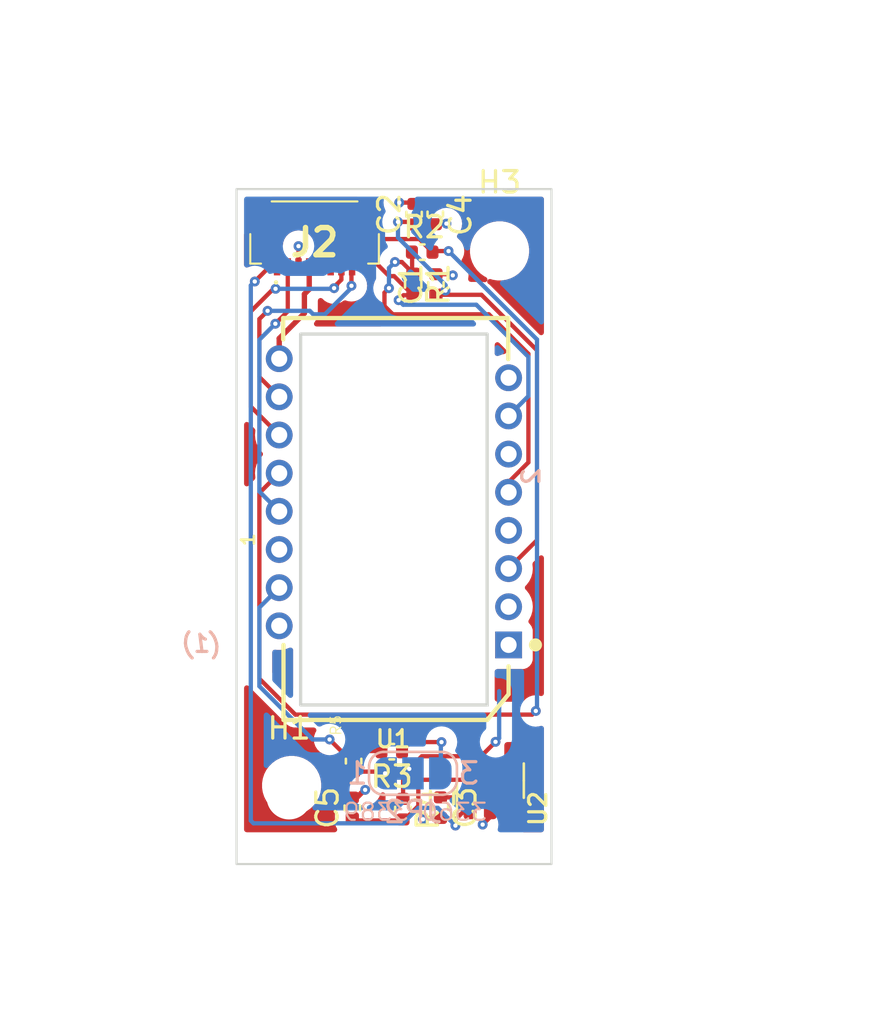
<source format=kicad_pcb>
(kicad_pcb (version 20240108) (generator "pcbnew") (generator_version "8.0")
  (title_block (title "Open PMW3360/89") (date "2024-05-01") (rev "0.2") (company "Svalboard") (comment 1 "Free to all, do as you will"))
  (layers (0 "F.Cu" signal) (1 "In1.Cu" power) (2 "In2.Cu" power) (31 "B.Cu" signal) (34 "B.Paste" user) (35 "F.Paste" user) (36 "B.SilkS" user "B.Silkscreen") (37 "F.SilkS" user "F.Silkscreen") (38 "B.Mask" user) (39 "F.Mask" user) (44 "Edge.Cuts" user))
  (net 0 "")
  (net 1 "Net-(U1-VDDPIX)")
  (net 2 "GND")
  (net 3 "/MISO")
  (net 4 "/CS")
  (net 5 "/MOSI")
  (net 6 "/SCLK")
  (net 7 "/MOTION")
  (net 8 "/RESET")
  (net 9 "VDD")
  (net 10 "V_{IN}")
  (net 11 "V_{IO}")
  (net 12 "Net-(U1-LED_P)")
  (net 13 "Net-(U2-NC)")
  (net 19 "Net-(JP2-A)")
  (net 20 "Net-(JP2-B)")
  (footprint "Capacitor_SMD:C_0402_1005Metric" (layer "F.Cu") (at 146.759 103.1538 -90)
    (property "Reference" "R5" (at -1.67 0.82 90) (layer "F.SilkS") (effects (font (size 0.5 0.5) (thickness 0.05))))
    (property "Value" "13R")
    (fp_line (start -0.107836 0.36) (end 0.107836 0.36) (stroke (width 0.12)) (layer "F.SilkS"))
    (fp_line (start -0.107836 -0.36) (end 0.107836 -0.36) (stroke (width 0.12)) (layer "F.SilkS"))
    (pad "1" smd roundrect (at -0.48 0 270) (size 0.56 0.62) (layers "F.Cu" "F.Paste" "F.Mask") (net 12 "Net-(U1-LED_P)"))
    (pad "2" smd roundrect (at 0.48 0 270) (size 0.56 0.62) (layers "F.Cu" "F.Paste" "F.Mask") (net 19 "Net-(JP2-A)"))
  )
  (footprint "Capacitor_SMD:C_0402_1005Metric" (layer "F.Cu") (at 149.959 79.4138)
    (property "Reference" "R2" (at 0.1 -1.17 0) (layer "F.SilkS"))
    (property "Value" "10k")
    (fp_line (start -0.107836 -0.36) (end 0.107836 -0.36) (stroke (width 0.12)) (layer "F.SilkS"))
    (fp_line (start -0.107836 0.36) (end 0.107836 0.36) (stroke (width 0.12)) (layer "F.SilkS"))
    (pad "1" smd roundrect (at -0.48 0) (size 0.56 0.62) (layers "F.Cu" "F.Paste" "F.Mask") (net 11 "V_{IO}"))
    (pad "2" smd roundrect (at 0.48 0) (size 0.56 0.62) (layers "F.Cu" "F.Paste" "F.Mask") (net 3 "/MISO"))
  )
  (footprint "Capacitor_SMD:C_0402_1005Metric" (layer "F.Cu") (at 146.699 105.3338 90)
    (property "Reference" "C5" (at 0 -1.16 -90) (layer "F.SilkS"))
    (property "Value" "22nF")
    (fp_line (start -0.107836 -0.36) (end 0.107836 -0.36) (stroke (width 0.12)) (layer "F.SilkS"))
    (fp_line (start -0.107836 0.36) (end 0.107836 0.36) (stroke (width 0.12)) (layer "F.SilkS"))
    (pad "1" smd roundrect (at -0.48 0 90) (size 0.56 0.62) (layers "F.Cu" "F.Paste" "F.Mask") (net 13 "Net-(U2-NC)"))
    (pad "2" smd roundrect (at 0.48 0 90) (size 0.56 0.62) (layers "F.Cu" "F.Paste" "F.Mask") (net 2 "GND"))
  )
  (footprint "PMW3360_PCB:PMW3360DM-T2QU 16Pin" (layer "F.Cu") (at 148.639 91.5658 90)
    (property "Reference" "U1" (at -10.558 -0.038 0) (layer "F.SilkS") (effects (font (size 0.8 0.8))))
    (property "Value" "PMW3360")
    (fp_line (start 9.0772 -5.166) (end 8.0772 -5.166) (stroke (width 0.2)) (layer "F.SilkS"))
    (fp_line (start 9.0772 -5.166) (end 9.0772 5.334) (stroke (width 0.2)) (layer "F.SilkS"))
    (fp_line (start -9.668 -5.15) (end -6.168 -5.15) (stroke (width 0.2)) (layer "F.SilkS"))
    (fp_line (start -9.668 4.35) (end -9.668 -5.15) (stroke (width 0.2)) (layer "F.SilkS"))
    (fp_line (start 9.0772 5.334) (end 7.1628 5.334) (stroke (width 0.2)) (layer "F.SilkS"))
    (fp_line (start -7.168 5.35) (end -8.468 5.35) (stroke (width 0.2)) (layer "F.SilkS"))
    (fp_line (start -8.468 5.35) (end -9.668 4.35) (stroke (width 0.2)) (layer "F.SilkS"))
    (fp_circle (center -6.168 6.604) (end -6.168 6.604) (stroke (width 0.61)) (fill solid) (layer "F.SilkS"))
    (fp_rect (start -8.968 4.35) (end 8.332 -4.35) (stroke (width 0.15)) (fill none) (layer "Edge.Cuts"))
    (pad "1" thru_hole rect (at -6.168 5.35 90) (size 1.25 1.25) (drill 0.75) (layers "*.Cu" "*.Mask"))
    (pad "2" thru_hole oval (at -4.388 5.35 90) (size 1.25 1.25) (drill 0.75) (layers "*.Cu" "*.Mask"))
    (pad "3" thru_hole oval (at -2.608 5.35 90) (size 1.25 1.25) (drill 0.75) (layers "*.Cu" "*.Mask") (net 1 "Net-(U1-VDDPIX)"))
    (pad "4" thru_hole oval (at -0.828 5.35 90) (size 1.25 1.25) (drill 0.75) (layers "*.Cu" "*.Mask") (net 9 "VDD"))
    (pad "5" thru_hole oval (at 0.952 5.35 90) (size 1.25 1.25) (drill 0.75) (layers "*.Cu" "*.Mask") (net 11 "V_{IO}"))
    (pad "6" thru_hole oval (at 2.732 5.35 90) (size 1.25 1.25) (drill 0.75) (layers "*.Cu" "*.Mask"))
    (pad "7" thru_hole oval (at 4.512 5.35 90) (size 1.25 1.25) (drill 0.75) (layers "*.Cu" "*.Mask") (net 8 "/RESET"))
    (pad "8" thru_hole oval (at 6.292 5.35 90) (size 1.25 1.25) (drill 0.75) (layers "*.Cu" "*.Mask") (net 2 "GND"))
    (pad "9" thru_hole oval (at 7.182 -5.35 90) (size 1.25 1.25) (drill 0.75) (layers "*.Cu" "*.Mask") (net 7 "/MOTION"))
    (pad "10" thru_hole oval (at 5.402 -5.35 90) (size 1.25 1.25) (drill 0.75) (layers "*.Cu" "*.Mask") (net 6 "/SCLK"))
    (pad "11" thru_hole oval (at 3.622 -5.35 90) (size 1.25 1.25) (drill 0.75) (layers "*.Cu" "*.Mask") (net 5 "/MOSI"))
    (pad "12" thru_hole oval (at 1.842 -5.35 90) (size 1.25 1.25) (drill 0.75) (layers "*.Cu" "*.Mask") (net 3 "/MISO"))
    (pad "13" thru_hole oval (at 0.062 -5.35 90) (size 1.25 1.25) (drill 0.75) (layers "*.Cu" "*.Mask") (net 4 "/CS"))
    (pad "14" thru_hole oval (at -1.718 -5.35 90) (size 1.25 1.25) (drill 0.75) (layers "*.Cu" "*.Mask"))
    (pad "15" thru_hole oval (at -3.498 -5.35 90) (size 1.25 1.25) (drill 0.75) (layers "*.Cu" "*.Mask") (net 12 "Net-(U1-LED_P)"))
    (pad "16" thru_hole oval (at -5.278 -5.35 90) (size 1.25 1.25) (drill 0.75) (layers "*.Cu" "*.Mask"))
    (zone (net 0) (net_name "") (layers "*.Cu" "F.CrtYd") (connect_pads (clearance 0)) (min_thickness 0.254)
      (keepout (tracks not_allowed) (vias not_allowed) (pads not_allowed) (copperpour not_allowed) (footprints not_allowed))
      (fill (thermal_gap 0.508) (thermal_bridge_width 0.508))
      (polygon (pts (xy 153.0078 83.2346) (xy 152.957 100.5574) (xy 144.2702 100.5574) (xy 144.2702 83.2346)))
    )
  )
  (footprint "svalboard:FH34SRJ8S05SH50" (layer "F.Cu") (at 144.939 78.5738 180)
    (property "Reference" "J2" (at 0 -0.387 180) (layer "F.SilkS") (effects (font (size 1.27 1.27) (thickness 0.254))))
    (property "Value" "Conn_01x08" (hide yes))
    (fp_line (start 3 -1.375) (end 3 0) (stroke (width 0.1)) (layer "F.SilkS"))
    (fp_line (start 2.5 -1.375) (end 3 -1.375) (stroke (width 0.1)) (layer "F.SilkS"))
    (fp_line (start 1.8 -2.2) (end 1.8 -2.2) (stroke (width 0.1)) (layer "F.SilkS"))
    (fp_line (start 1.8 -2.3) (end 1.8 -2.3) (stroke (width 0.1)) (layer "F.SilkS"))
    (fp_line (start -2 1.525) (end 2 1.525) (stroke (width 0.1)) (layer "F.SilkS"))
    (fp_line (start -3 0) (end -3 -1.375) (stroke (width 0.1)) (layer "F.SilkS"))
    (fp_line (start -3 -1.375) (end -2.5 -1.375) (stroke (width 0.1)) (layer "F.SilkS"))
    (fp_arc (start 1.8 -2.2) (mid 1.75 -2.25) (end 1.8 -2.3) (stroke (width 0.1)) (layer "F.SilkS"))
    (fp_arc (start 1.8 -2.3) (mid 1.85 -2.25) (end 1.8 -2.2) (stroke (width 0.1)) (layer "F.SilkS"))
    (pad "1" smd rect (at 1.75 -1.525 180) (size 0.3 0.8) (layers "F.Cu" "F.Paste" "F.Mask") (net 10 "V_{IN}"))
    (pad "2" smd rect (at 1.25 -1.525 180) (size 0.3 0.8) (layers "F.Cu" "F.Paste" "F.Mask") (net 4 "/CS"))
    (pad "3" smd rect (at 0.75 -1.525 180) (size 0.3 0.8) (layers "F.Cu" "F.Paste" "F.Mask") (net 2 "GND"))
    (pad "4" smd rect (at 0.25 -1.525 180) (size 0.3 0.8) (layers "F.Cu" "F.Paste" "F.Mask") (net 7 "/MOTION"))
    (pad "5" smd rect (at -0.25 -1.525 180) (size 0.3 0.8) (layers "F.Cu" "F.Paste" "F.Mask") (net 3 "/MISO"))
    (pad "6" smd rect (at -0.75 -1.525 180) (size 0.3 0.8) (layers "F.Cu" "F.Paste" "F.Mask") (net 8 "/RESET"))
    (pad "7" smd rect (at -1.25 -1.525 180) (size 0.3 0.8) (layers "F.Cu" "F.Paste" "F.Mask") (net 5 "/MOSI"))
    (pad "8" smd rect (at -1.75 -1.525 180) (size 0.3 0.8) (layers "F.Cu" "F.Paste" "F.Mask") (net 6 "/SCLK"))
    (pad "MP1" smd rect (at -2.75 0.975 180) (size 0.4 0.8) (layers "F.Cu" "F.Paste" "F.Mask"))
    (pad "MP2" smd rect (at 2.75 0.975 180) (size 0.4 0.8) (layers "F.Cu" "F.Paste" "F.Mask"))
  )
  (footprint "MountingHole:MountingHole_2.1mm" (layer "F.Cu") (at 143.749 104.8238)
    (property "Reference" "H1" (at 0 -3.2 0) (layer "F.SilkS"))
    (property "Value" "MountingHole_Pad" (hide yes))
    (pad "" np_thru_hole circle (at 0 0) (size 2.1 2.1) (drill 2.1) (layers "*.Cu" "*.Mask"))
  )
  (footprint "Resistor_SMD:R_0402_1005Metric" (layer "F.Cu") (at 149.539 80.9138 -90)
    (property "Reference" "R1" (at 0 -1.17 90) (layer "F.SilkS"))
    (property "Value" "10k")
    (fp_line (start -0.153641 0.38) (end 0.153641 0.38) (stroke (width 0.12)) (layer "F.SilkS"))
    (fp_line (start -0.153641 -0.38) (end 0.153641 -0.38) (stroke (width 0.12)) (layer "F.SilkS"))
    (pad "1" smd roundrect (at -0.51 0 270) (size 0.54 0.64) (layers "F.Cu" "F.Paste" "F.Mask") (net 11 "V_{IO}"))
    (pad "2" smd roundrect (at 0.51 0 270) (size 0.54 0.64) (layers "F.Cu" "F.Paste" "F.Mask") (net 8 "/RESET"))
  )
  (footprint "Capacitor_SMD:C_0402_1005Metric" (layer "F.Cu") (at 150.569 77.6338 90)
    (property "Reference" "C4" (at -0.05 1.17 -90) (layer "F.SilkS"))
    (property "Value" "1uF")
    (fp_line (start -0.107836 -0.36) (end 0.107836 -0.36) (stroke (width 0.12)) (layer "F.SilkS"))
    (fp_line (start -0.107836 0.36) (end 0.107836 0.36) (stroke (width 0.12)) (layer "F.SilkS"))
    (pad "1" smd roundrect (at -0.48 0 90) (size 0.56 0.62) (layers "F.Cu" "F.Paste" "F.Mask") (net 9 "VDD"))
    (pad "2" smd roundrect (at 0.48 0 90) (size 0.56 0.62) (layers "F.Cu" "F.Paste" "F.Mask") (net 2 "GND"))
  )
  (footprint "Capacitor_SMD:C_0402_1005Metric" (layer "F.Cu") (at 149.059 105.3938 -90)
    (property "Reference" "R4" (at 0 -1.16 90) (layer "F.SilkS"))
    (property "Value" "28k")
    (fp_line (start -0.107836 0.36) (end 0.107836 0.36) (stroke (width 0.12)) (layer "F.SilkS"))
    (fp_line (start -0.107836 -0.36) (end 0.107836 -0.36) (stroke (width 0.12)) (layer "F.SilkS"))
    (pad "1" smd roundrect (at -0.48 0 270) (size 0.56 0.62) (layers "F.Cu" "F.Paste" "F.Mask") (net 9 "VDD"))
    (pad "2" smd roundrect (at 0.48 0 270) (size 0.56 0.62) (layers "F.Cu" "F.Paste" "F.Mask") (net 13 "Net-(U2-NC)"))
  )
  (footprint "MountingHole:MountingHole_2.1mm" (layer "F.Cu") (at 153.569 79.3538)
    (property "Reference" "H3" (at 0 -3.2 0) (layer "F.SilkS"))
    (property "Value" "MountingHole_Pad" (hide yes))
    (pad "" np_thru_hole circle (at 0 0) (size 2.1 2.1) (drill 2.1) (layers "*.Cu" "*.Mask"))
  )
  (footprint "Capacitor_SMD:C_0402_1005Metric" (layer "F.Cu") (at 150.809 105.3238 -90)
    (property "Reference" "C3" (at 0 -1.16 90) (layer "F.SilkS"))
    (property "Value" "1uF")
    (fp_line (start -0.107836 0.36) (end 0.107836 0.36) (stroke (width 0.12)) (layer "F.SilkS"))
    (fp_line (start -0.107836 -0.36) (end 0.107836 -0.36) (stroke (width 0.12)) (layer "F.SilkS"))
    (pad "1" smd roundrect (at -0.48 0 270) (size 0.56 0.62) (layers "F.Cu" "F.Paste" "F.Mask") (net 10 "V_{IN}"))
    (pad "2" smd roundrect (at 0.48 0 270) (size 0.56 0.62) (layers "F.Cu" "F.Paste" "F.Mask") (net 2 "GND"))
  )
  (footprint "Capacitor_SMD:C_0402_1005Metric" (layer "F.Cu") (at 149.579 77.6438 90)
    (property "Reference" "C2" (at 0 -1.16 -90) (layer "F.SilkS"))
    (property "Value" "100nF")
    (fp_line (start -0.107836 -0.36) (end 0.107836 -0.36) (stroke (width 0.12)) (layer "F.SilkS"))
    (fp_line (start -0.107836 0.36) (end 0.107836 0.36) (stroke (width 0.12)) (layer "F.SilkS"))
    (pad "1" smd roundrect (at -0.48 0 90) (size 0.56 0.62) (layers "F.Cu" "F.Paste" "F.Mask") (net 1 "Net-(U1-VDDPIX)"))
    (pad "2" smd roundrect (at 0.48 0 90) (size 0.56 0.62) (layers "F.Cu" "F.Paste" "F.Mask") (net 2 "GND"))
  )
  (footprint "Package_TO_SOT_SMD:SOT-23-5" (layer "F.Cu") (at 153.139 104.0638 90)
    (property "Reference" "U2" (at -1.3 2.22 -90) (layer "F.SilkS") (effects (font (size 0.8 0.8))))
    (property "Value" "TLV74318PDBVR")
    (fp_line (start 0 -1.56) (end 0.8 -1.56) (stroke (width 0.12)) (layer "F.SilkS"))
    (fp_line (start 0 -1.56) (end -1.8 -1.56) (stroke (width 0.12)) (layer "F.SilkS"))
    (fp_line (start 0 1.56) (end 0.8 1.56) (stroke (width 0.12)) (layer "F.SilkS"))
    (fp_line (start 0 1.56) (end -0.8 1.56) (stroke (width 0.12)) (layer "F.SilkS"))
    (pad "1" smd roundrect (at -1.1375 -0.95 90) (size 1.325 0.6) (layers "F.Cu" "F.Paste" "F.Mask") (net 10 "V_{IN}"))
    (pad "2" smd roundrect (at -1.1375 0 90) (size 1.325 0.6) (layers "F.Cu" "F.Paste" "F.Mask") (net 2 "GND"))
    (pad "3" smd roundrect (at -1.1375 0.95 90) (size 1.325 0.6) (layers "F.Cu" "F.Paste" "F.Mask") (net 10 "V_{IN}"))
    (pad "4" smd roundrect (at 1.1375 0.95 90) (size 1.325 0.6) (layers "F.Cu" "F.Paste" "F.Mask") (net 13 "Net-(U2-NC)"))
    (pad "5" smd roundrect (at 1.1375 -0.95 90) (size 1.325 0.6) (layers "F.Cu" "F.Paste" "F.Mask") (net 9 "VDD"))
  )
  (footprint "Capacitor_SMD:C_0402_1005Metric" (layer "F.Cu") (at 148.539 102.7138 180)
    (property "Reference" "R3" (at 0 -1.16 180) (layer "F.SilkS"))
    (property "Value" "39R")
    (fp_line (start -0.107836 0.36) (end 0.107836 0.36) (stroke (width 0.12)) (layer "F.SilkS"))
    (fp_line (start -0.107836 -0.36) (end 0.107836 -0.36) (stroke (width 0.12)) (layer "F.SilkS"))
    (pad "1" smd roundrect (at -0.48 0 180) (size 0.56 0.62) (layers "F.Cu" "F.Paste" "F.Mask") (net 20 "Net-(JP2-B)"))
    (pad "2" smd roundrect (at 0.48 0 180) (size 0.56 0.62) (layers "F.Cu" "F.Paste" "F.Mask") (net 12 "Net-(U1-LED_P)"))
  )
  (footprint "Capacitor_SMD:C_0402_1005Metric" (layer "F.Cu") (at 150.599 80.9238 90)
    (property "Reference" "C1" (at 0 -1.16 -90) (layer "F.SilkS"))
    (property "Value" "4.7uF/10V")
    (fp_line (start -0.107836 -0.36) (end 0.107836 -0.36) (stroke (width 0.12)) (layer "F.SilkS"))
    (fp_line (start -0.107836 0.36) (end 0.107836 0.36) (stroke (width 0.12)) (layer "F.SilkS"))
    (pad "1" smd roundrect (at -0.48 0 90) (size 0.56 0.62) (layers "F.Cu" "F.Paste" "F.Mask") (net 1 "Net-(U1-VDDPIX)"))
    (pad "2" smd roundrect (at 0.48 0 90) (size 0.56 0.62) (layers "F.Cu" "F.Paste" "F.Mask") (net 2 "GND"))
  )
  (footprint "Jumper:SolderJumper-3_P1.3mm_Bridged12_RoundedPad1.0x1.5mm_NumberLabels" (layer "B.Cu") (at 149.529 103.7238)
    (property "Reference" "JP2" (at 0 1.8 0) (layer "B.SilkS") (effects (justify mirror)))
    (property "Value" "SolderJumper_3_Bridged12")
    (fp_poly (pts (xy -0.9 0.3) (xy -0.4 0.3) (xy -0.4 -0.3) (xy -0.9 -0.3)) (fill solid) (layer "B.Cu"))
    (fp_line (start -2.05 0.3) (end -2.05 -0.3) (stroke (width 0.12)) (layer "B.SilkS"))
    (fp_line (start -1.4 -1) (end 1.4 -1) (stroke (width 0.12)) (layer "B.SilkS"))
    (fp_line (start 1.4 1) (end -1.4 1) (stroke (width 0.12)) (layer "B.SilkS"))
    (fp_line (start 2.05 -0.3) (end 2.05 0.3) (stroke (width 0.12)) (layer "B.SilkS"))
    (fp_arc (start -2.05 -0.3) (mid -1.844975 -0.794975) (end -1.35 -1) (stroke (width 0.12)) (layer "B.SilkS"))
    (fp_arc (start -1.35 1) (mid -1.844975 0.794975) (end -2.05 0.3) (stroke (width 0.12)) (layer "B.SilkS"))
    (fp_arc (start 1.35 -1) (mid 1.844975 -0.794975) (end 2.05 -0.3) (stroke (width 0.12)) (layer "B.SilkS"))
    (fp_arc (start 2.05 0.3) (mid 1.844975 0.794975) (end 1.35 1) (stroke (width 0.12)) (layer "B.SilkS"))
    (fp_text user "3" (at 2.6 0 0) (layer "B.SilkS") (effects (justify mirror)))
    (fp_text user "1" (at -2.6 0 0) (layer "B.SilkS") (effects (justify mirror)))
    (pad "1" smd custom (at -1.3 0) (size 1 0.5) (layers "B.Cu" "B.Mask") (net 19 "Net-(JP2-A)") (options (clearance outline) (anchor rect)) (primitives (gr_poly (pts (xy 0.55 -0.75) (xy 0 -0.75) (xy 0 0.75) (xy 0.55 0.75)) (width 0) (fill yes)) (gr_circle (center 0 -0.25) (end 0.5 -0.25) (width 0) (fill yes)) (gr_circle (center 0 0.25) (end 0.5 0.25) (width 0) (fill yes))))
    (pad "2" smd rect (at 0 0) (size 1 1.5) (layers "B.Cu" "B.Mask") (net 9 "VDD"))
    (pad "3" smd custom (at 1.3 0) (size 1 0.5) (layers "B.Cu" "B.Mask") (net 20 "Net-(JP2-B)") (options (clearance outline) (anchor rect)) (primitives (gr_circle (center 0 -0.25) (end 0.5 -0.25) (width 0) (fill yes)) (gr_circle (center 0 0.25) (end 0.5 0.25) (width 0) (fill yes)) (gr_poly (pts (xy 0 -0.75) (xy -0.55 -0.75) (xy -0.55 0.75) (xy 0 0.75)) (width 0) (fill yes))))
  )
  (gr_rect (start 141.299 76.4738) (end 155.989 107.9538) (stroke (width 0.1)) (fill none) (layer "Edge.Cuts"))
  (gr_text "(1)" (at 139.682143 97.6738 0) (layer "B.SilkS") (effects (font (size 0.8 0.8) (thickness 0.15) (italic yes)) (justify mirror)))
  (gr_text "2" (at 155.039 89.8738 90) (layer "B.SilkS") (effects (font (size 0.8 0.8)) (justify mirror)))
  (gr_text "3360 3389\n" (at 153.049 105.9938 0) (layer "B.SilkS") (effects (font (size 0.8 0.8) (thickness 0.1)) (justify left bottom mirror)))
  (gr_text "1" (at 141.839 92.826641 90) (layer "F.SilkS") (effects (font (size 0.6 0.6) (thickness 0.125) (bold yes))))
  (segment (start 150.795063 81.207737) (end 151.045536 81.207737) (width 0.2) (layer "F.Cu") (net 1))
  (segment (start 152.724685 81.4038) (end 150.599 81.4038) (width 0.2) (layer "F.Cu") (net 1))
  (segment (start 150.599 81.4038) (end 150.795063 81.207737) (width 0.2) (layer "F.Cu") (net 1))
  (segment (start 153.989 94.1738) (end 155.314 92.8488) (width 0.2) (layer "F.Cu") (net 1))
  (segment (start 149.559 78.0038) (end 148.829 78.0038) (width 0.2) (layer "F.Cu") (net 1))
  (segment (start 155.314 83.993114) (end 152.724685 81.4038) (width 0.2) (layer "F.Cu") (net 1))
  (segment (start 155.314 92.8488) (end 155.314 83.993114) (width 0.2) (layer "F.Cu") (net 1))
  (via (at 148.829 78.0038) (size 0.46) (drill 0.2) (layers "F.Cu" "B.Cu") (net 1))
  (via (at 151.045536 81.207737) (size 0.46) (drill 0.2) (layers "F.Cu" "B.Cu") (net 1))
  (segment (start 148.829 78.0038) (end 148.829 78.7338) (width 0.2) (layer "B.Cu") (net 1))
  (segment (start 148.829 78.7338) (end 151.045536 80.950336) (width 0.2) (layer "B.Cu") (net 1))
  (segment (start 151.045536 80.950336) (end 151.045536 81.207737) (width 0.2) (layer "B.Cu") (net 1))
  (segment (start 144.189 80.0988) (end 144.189 79.1338) (width 0.2) (layer "F.Cu") (net 2))
  (segment (start 151.335618 80.4438) (end 151.387309 80.495491) (width 0.2) (layer "F.Cu") (net 2))
  (segment (start 153.139 105.7538) (end 153.139 105.2013) (width 0.2) (layer "F.Cu") (net 2))
  (segment (start 149.519 77.1038) (end 148.889 77.1038) (width 0.2) (layer "F.Cu") (net 2))
  (segment (start 147.269 104.4938) (end 146.809 104.9538) (width 0.25) (layer "F.Cu") (net 2))
  (segment (start 150.569 77.1538) (end 149.589 77.1538) (width 0.2) (layer "F.Cu") (net 2))
  (segment (start 147.299 104.4938) (end 147.269 104.4938) (width 0.25) (layer "F.Cu") (net 2))
  (segment (start 150.599 80.4438) (end 151.335618 80.4438) (width 0.2) (layer "F.Cu") (net 2))
  (segment (start 152.779 106.1138) (end 153.139 105.7538) (width 0.2) (layer "F.Cu") (net 2))
  (segment (start 149.579 77.1638) (end 149.519 77.1038) (width 0.2) (layer "F.Cu") (net 2))
  (segment (start 150.809 105.8038) (end 150.059 105.8038) (width 0.2) (layer "F.Cu") (net 2))
  (segment (start 150.059 105.8038) (end 149.999 105.8638) (width 0.2) (layer "F.Cu") (net 2))
  (via (at 144.189 79.1338) (size 0.46) (drill 0.2) (layers "F.Cu" "B.Cu") (net 2))
  (via (at 151.387309 80.495491) (size 0.46) (drill 0.2) (layers "F.Cu" "B.Cu") (net 2))
  (via (at 149.999 105.8638) (size 0.46) (drill 0.2) (layers "F.Cu" "B.Cu") (net 2))
  (via (at 148.889 77.1038) (size 0.46) (drill 0.2) (layers "F.Cu" "B.Cu") (net 2))
  (via (at 152.779 106.1138) (size 0.46) (drill 0.2) (layers "F.Cu" "B.Cu") (net 2))
  (via (at 147.299 104.4938) (size 0.46) (drill 0.2) (layers "F.Cu" "B.Cu") (net 2))
  (segment (start 142.364 90.6488) (end 142.364 99.3088) (width 0.2) (layer "F.Cu") (net 3))
  (segment (start 149.829 78.8038) (end 145.739 78.8038) (width 0.2) (layer "F.Cu") (net 3))
  (segment (start 151.189 79.3638) (end 150.489 79.3638) (width 0.2) (layer "F.Cu") (net 3))
  (segment (start 145.189 79.3538) (end 145.189 80.0988) (width 0.2) (layer "F.Cu") (net 3))
  (segment (start 144.039 100.9838) (end 155.089 100.9838) (width 0.2) (layer "F.Cu") (net 3))
  (segment (start 145.739 78.8038) (end 145.189 79.3538) (width 0.2) (layer "F.Cu") (net 3))
  (segment (start 155.089 100.9838) (end 155.259 100.8138) (width 0.2) (layer "F.Cu") (net 3))
  (segment (start 143.289 89.7238) (end 142.364 90.6488) (width 0.2) (layer "F.Cu") (net 3))
  (segment (start 142.364 99.3088) (end 144.039 100.9838) (width 0.2) (layer "F.Cu") (net 3))
  (segment (start 150.489 79.3638) (end 150.439 79.4138) (width 0.2) (layer "F.Cu") (net 3))
  (segment (start 150.439 79.4138) (end 149.829 78.8038) (width 0.2) (layer "F.Cu") (net 3))
  (via (at 155.259 100.8138) (size 0.46) (drill 0.2) (layers "F.Cu" "B.Cu") (net 3))
  (via (at 151.189 79.3638) (size 0.46) (drill 0.2) (layers "F.Cu" "B.Cu") (net 3))
  (segment (start 155.314 83.4888) (end 155.314 100.7588) (width 0.2) (layer "B.Cu") (net 3))
  (segment (start 151.189 79.3638) (end 155.314 83.4888) (width 0.2) (layer "B.Cu") (net 3))
  (segment (start 155.314 100.7588) (end 155.259 100.8138) (width 0.2) (layer "B.Cu") (net 3))
  (segment (start 143.689 82.1738) (end 143.109 82.7538) (width 0.2) (layer "F.Cu") (net 4))
  (segment (start 143.689 80.0988) (end 143.689 82.1738) (width 0.2) (layer "F.Cu") (net 4))
  (via (at 143.109 82.7538) (size 0.46) (drill 0.2) (layers "F.Cu" "B.Cu") (net 4))
  (segment (start 142.364 90.5788) (end 143.289 91.5038) (width 0.2) (layer "B.Cu") (net 4))
  (segment (start 142.364 83.4988) (end 142.364 90.5788) (width 0.2) (layer "B.Cu") (net 4))
  (segment (start 143.109 82.7538) (end 142.364 83.4988) (width 0.2) (layer "B.Cu") (net 4))
  (segment (start 145.984 80.9038) (end 145.984 80.9588) (width 0.2) (layer "F.Cu") (net 5))
  (segment (start 145.984 80.9588) (end 145.849 81.0938) (width 0.2) (layer "F.Cu") (net 5))
  (segment (start 141.964 82.1788) (end 143.019 81.1238) (width 0.2) (layer "F.Cu") (net 5))
  (segment (start 143.019 81.1238) (end 143.119 81.1238) (width 0.2) (layer "F.Cu") (net 5))
  (segment (start 146.189 80.6988) (end 145.984 80.9038) (width 0.2) (layer "F.Cu") (net 5))
  (segment (start 141.964 86.6188) (end 141.964 82.1788) (width 0.2) (layer "F.Cu") (net 5))
  (segment (start 146.189 80.0988) (end 146.189 80.6988) (width 0.2) (layer "F.Cu") (net 5))
  (segment (start 143.289 87.9438) (end 141.964 86.6188) (width 0.2) (layer "F.Cu") (net 5))
  (via (at 145.849 81.0938) (size 0.46) (drill 0.2) (layers "F.Cu" "B.Cu") (net 5))
  (via (at 143.119 81.1238) (size 0.46) (drill 0.2) (layers "F.Cu" "B.Cu") (net 5))
  (segment (start 145.819 81.1238) (end 145.849 81.0938) (width 0.2) (layer "B.Cu") (net 5))
  (segment (start 143.119 81.1238) (end 145.819 81.1238) (width 0.2) (layer "B.Cu") (net 5))
  (segment (start 142.364 82.534581) (end 142.746729 82.151852) (width 0.2) (layer "F.Cu") (net 6))
  (segment (start 142.364 85.2388) (end 142.364 82.534581) (width 0.2) (layer "F.Cu") (net 6))
  (segment (start 143.289 86.1638) (end 142.364 85.2388) (width 0.2) (layer "F.Cu") (net 6))
  (segment (start 146.659 80.1288) (end 146.689 80.0988) (width 0.2) (layer "F.Cu") (net 6))
  (segment (start 146.659 80.9838) (end 146.659 80.1288) (width 0.2) (layer "F.Cu") (net 6))
  (via (at 146.659 80.9838) (size 0.46) (drill 0.2) (layers "F.Cu" "B.Cu") (net 6))
  (via (at 142.746729 82.151852) (size 0.46) (drill 0.2) (layers "F.Cu" "B.Cu") (net 6))
  (segment (start 146.659 81.077181) (end 145.422381 82.3138) (width 0.2) (layer "B.Cu") (net 6))
  (segment (start 144.875619 82.3138) (end 144.713671 82.151852) (width 0.2) (layer "B.Cu") (net 6))
  (segment (start 145.422381 82.3138) (end 144.875619 82.3138) (width 0.2) (layer "B.Cu") (net 6))
  (segment (start 144.713671 82.151852) (end 142.746729 82.151852) (width 0.2) (layer "B.Cu") (net 6))
  (segment (start 146.659 80.9838) (end 146.659 81.077181) (width 0.2) (layer "B.Cu") (net 6))
  (segment (start 144.464 82.2638) (end 144.464 81.370063) (width 0.25) (layer "F.Cu") (net 7))
  (segment (start 143.289 83.4388) (end 144.464 82.2638) (width 0.25) (layer "F.Cu") (net 7))
  (segment (start 143.289 84.3838) (end 143.289 83.4388) (width 0.25) (layer "F.Cu") (net 7))
  (segment (start 144.689 81.145063) (end 144.689 80.0988) (width 0.25) (layer "F.Cu") (net 7))
  (segment (start 144.464 81.370063) (end 144.689 81.145063) (width 0.25) (layer "F.Cu") (net 7))
  (segment (start 149.539 81.4238) (end 148.649 80.5338) (width 0.2) (layer "F.Cu") (net 8))
  (segment (start 148.649 80.5338) (end 148.415619 80.5338) (width 0.2) (layer "F.Cu") (net 8))
  (segment (start 148.415619 80.5338) (end 147.280619 79.3988) (width 0.2) (layer "F.Cu") (net 8))
  (segment (start 145.689 79.4988) (end 145.689 80.0988) (width 0.2) (layer "F.Cu") (net 8))
  (segment (start 145.789 79.3988) (end 145.689 79.4988) (width 0.2) (layer "F.Cu") (net 8))
  (segment (start 149.539 81.4238) (end 149.089 81.4238) (width 0.2) (layer "F.Cu") (net 8))
  (segment (start 147.280619 79.3988) (end 145.789 79.3988) (width 0.2) (layer "F.Cu") (net 8))
  (segment (start 149.089 81.4238) (end 148.859 81.6538) (width 0.2) (layer "F.Cu") (net 8))
  (via (at 148.859 81.6538) (size 0.46) (drill 0.2) (layers "F.Cu" "B.Cu") (net 8))
  (segment (start 154.914 84.2988) (end 154.914 86.1288) (width 0.2) (layer "B.Cu") (net 8))
  (segment (start 149.072937 81.867737) (end 152.482937 81.867737) (width 0.2) (layer "B.Cu") (net 8))
  (segment (start 148.859 81.6538) (end 149.072937 81.867737) (width 0.2) (layer "B.Cu") (net 8))
  (segment (start 152.482937 81.867737) (end 154.914 84.2988) (width 0.2) (layer "B.Cu") (net 8))
  (segment (start 154.914 86.1288) (end 153.989 87.0538) (width 0.2) (layer "B.Cu") (net 8))
  (segment (start 152.189 102.9263) (end 149.943118 102.9263) (width 0.2) (layer "F.Cu") (net 9))
  (segment (start 151.089 78.0838) (end 150.599 78.0838) (width 0.2) (layer "F.Cu") (net 9))
  (segment (start 149.069 104.8738) (end 149.069 103.800418) (width 0.2) (layer "F.Cu") (net 9))
  (segment (start 152.189 102.9263) (end 152.707406 102.9263) (width 0.2) (layer "F.Cu") (net 9))
  (segment (start 152.707406 102.9263) (end 153.379828 102.253878) (width 0.2) (layer "F.Cu") (net 9))
  (segment (start 149.943118 102.9263) (end 149.354561 103.514857) (width 0.2) (layer "F.Cu") (net 9))
  (segment (start 149.069 103.800418) (end 149.354561 103.514857) (width 0.2) (layer "F.Cu") (net 9))
  (segment (start 150.599 78.0838) (end 150.569 78.1138) (width 0.2) (layer "F.Cu") (net 9))
  (via (at 149.354561 103.514857) (size 0.46) (drill 0.2) (layers "F.Cu" "B.Cu") (net 9))
  (via (at 151.089 78.0838) (size 0.46) (drill 0.2) (layers "F.Cu" "B.Cu") (net 9))
  (via (at 153.379828 102.253878) (size 0.46) (drill 0.2) (layers "F.Cu" "B.Cu") (net 9))
  (segment (start 153.379828 102.253878) (end 153.549 102.084706) (width 0.2) (layer "B.Cu") (net 9))
  (segment (start 153.549 102.084706) (end 153.549 99.8888) (width 0.2) (layer "B.Cu") (net 9))
  (segment (start 142.834 80.0988) (end 142.149 80.7838) (width 0.2) (layer "F.Cu") (net 10))
  (segment (start 152.189 104.848248) (end 152.189 105.2013) (width 0.2) (layer "F.Cu") (net 10))
  (segment (start 151.509598 105.880702) (end 152.189 105.2013) (width 0.2) (layer "F.Cu") (net 10))
  (segment (start 152.798448 104.2388) (end 152.189 104.848248) (width 0.2) (layer "F.Cu") (net 10))
  (segment (start 153.788999 104.2388) (end 152.798448 104.2388) (width 0.2) (layer "F.Cu") (net 10))
  (segment (start 151.8315 104.8438) (end 152.189 105.2013) (width 0.2) (layer "F.Cu") (net 10))
  (segment (start 154.089 105.2013) (end 154.089 104.538801) (width 0.2) (layer "F.Cu") (net 10))
  (segment (start 151.509598 106.159428) (end 151.509598 105.880702) (width 0.2) (layer "F.Cu") (net 10))
  (segment (start 143.189 80.0988) (end 142.834 80.0988) (width 0.2) (layer "F.Cu") (net 10))
  (segment (start 154.089 104.538801) (end 153.788999 104.2388) (width 0.2) (layer "F.Cu") (net 10))
  (segment (start 150.809 104.8438) (end 151.8315 104.8438) (width 0.2) (layer "F.Cu") (net 10))
  (segment (start 154.1065 105.1838) (end 154.089 105.2013) (width 0.2) (layer "F.Cu") (net 10))
  (via (at 142.149 80.7838) (size 0.46) (drill 0.2) (layers "F.Cu" "B.Cu") (net 10))
  (via (at 151.509598 106.159428) (size 0.46) (drill 0.2) (layers "F.Cu" "B.Cu") (net 10))
  (segment (start 142.089 106.0538) (end 149.059466 106.0538) (width 0.2) (layer "B.Cu") (net 10))
  (segment (start 150.68397 105.3338) (end 151.509598 106.159428) (width 0.2) (layer "B.Cu") (net 10))
  (segment (start 142.149 80.7838) (end 141.964 80.9688) (width 0.2) (layer "B.Cu") (net 10))
  (segment (start 149.779466 105.3338) (end 150.68397 105.3338) (width 0.2) (layer "B.Cu") (net 10))
  (segment (start 141.964 80.9688) (end 141.964 105.9288) (width 0.2) (layer "B.Cu") (net 10))
  (segment (start 141.964 105.9288) (end 142.089 106.0538) (width 0.2) (layer "B.Cu") (net 10))
  (segment (start 149.059466 106.0538) (end 149.779466 105.3338) (width 0.2) (layer "B.Cu") (net 10))
  (segment (start 149.489 80.3538) (end 149.539 80.4038) (width 0.2) (layer "F.Cu") (net 11))
  (segment (start 149.009 79.8738) (end 149.539 80.4038) (width 0.2) (layer "F.Cu") (net 11))
  (segment (start 148.689 79.8738) (end 149.009 79.8738) (width 0.2) (layer "F.Cu") (net 11))
  (segment (start 148.199 81.3038) (end 148.409 81.0938) (width 0.2) (layer "F.Cu") (net 11))
  (segment (start 148.585619 82.3138) (end 148.199 81.927181) (width 0.2) (layer "F.Cu") (net 11))
  (segment (start 153.989 90.142429) (end 154.914 89.217429) (width 0.2) (layer "F.Cu") (net 11))
  (segment (start 153.989 90.6138) (end 153.989 90.142429) (width 0.2) (layer "F.Cu") (net 11))
  (segment (start 154.914 84.1588) (end 153.069 82.3138) (width 0.2) (layer "F.Cu") (net 11))
  (segment (start 149.489 79.4038) (end 149.489 80.3538) (width 0.2) (layer "F.Cu") (net 11))
  (segment (start 153.069 82.3138) (end 148.585619 82.3138) (width 0.2) (layer "F.Cu") (net 11))
  (segment (start 148.199 81.927181) (end 148.199 81.3038) (width 0.2) (layer "F.Cu") (net 11))
  (segment (start 154.914 89.217429) (end 154.914 84.1588) (width 0.2) (layer "F.Cu") (net 11))
  (via (at 148.409 81.0938) (size 0.46) (drill 0.2) (layers "F.Cu" "B.Cu") (net 11))
  (via (at 148.689 79.8738) (size 0.46) (drill 0.2) (layers "F.Cu" "B.Cu") (net 11))
  (segment (start 148.409 81.0938) (end 148.409 80.1538) (width 0.2) (layer "B.Cu") (net 11))
  (segment (start 148.409 80.1538) (end 148.689 79.8738) (width 0.2) (layer "B.Cu") (net 11))
  (segment (start 146.839 102.6838) (end 146.179 102.6838) (width 0.2) (layer "F.Cu") (net 12))
  (segment (start 146.839 102.6838) (end 148.019 102.6838) (width 0.2) (layer "F.Cu") (net 12))
  (segment (start 146.179 102.6838) (end 145.639 102.1438) (width 0.2) (layer "F.Cu") (net 12))
  (segment (start 148.019 102.6838) (end 148.029 102.6938) (width 0.2) (layer "F.Cu") (net 12))
  (via (at 145.639 102.1438) (size 0.46) (drill 0.2) (layers "F.Cu" "B.Cu") (net 12))
  (segment (start 142.364 99.6588) (end 144.849 102.1438) (width 0.2) (layer "B.Cu") (net 12))
  (segment (start 143.289 95.0638) (end 142.364 95.9888) (width 0.2) (layer "B.Cu") (net 12))
  (segment (start 144.849 102.1438) (end 145.639 102.1438) (width 0.2) (layer "B.Cu") (net 12))
  (segment (start 142.364 95.9888) (end 142.364 99.6588) (width 0.2) (layer "B.Cu") (net 12))
  (segment (start 146.509 105.9238) (end 148.979 105.9238) (width 0.2) (layer "F.Cu") (net 13))
  (segment (start 149.779 105.2438) (end 149.779 104.0238) (width 0.2) (layer "F.Cu") (net 13))
  (segment (start 148.979 105.9238) (end 149.069 105.8338) (width 0.2) (layer "F.Cu") (net 13))
  (segment (start 152.447762 104.0238) (end 152.987762 103.4838) (width 0.2) (layer "F.Cu") (net 13))
  (segment (start 152.987762 103.4838) (end 153.5315 103.4838) (width 0.2) (layer "F.Cu") (net 13))
  (segment (start 153.5315 103.4838) (end 154.089 102.9263) (width 0.2) (layer "F.Cu") (net 13))
  (segment (start 149.069 105.8338) (end 149.189 105.8338) (width 0.2) (layer "F.Cu") (net 13))
  (segment (start 149.189 105.8338) (end 149.779 105.2438) (width 0.2) (layer "F.Cu") (net 13))
  (segment (start 149.779 104.0238) (end 152.447762 104.0238) (width 0.2) (layer "F.Cu") (net 13))
  (segment (start 148.149 103.6438) (end 148.229 103.7238) (width 0.2) (layer "F.Cu") (net 19))
  (segment (start 146.839 103.6438) (end 148.149 103.6438) (width 0.2) (layer "F.Cu") (net 19))
  (via (at 148.229 103.7238) (size 0.46) (drill 0.2) (layers "F.Cu" "B.Cu") (net 19))
  (segment (start 149.4165 102.2663) (end 150.859 102.2663) (width 0.2) (layer "F.Cu") (net 20))
  (segment (start 148.989 102.6938) (end 149.4165 102.2663) (width 0.2) (layer "F.Cu") (net 20))
  (via (at 150.859 102.2663) (size 0.46) (drill 0.2) (layers "F.Cu" "B.Cu") (net 20))
  (segment (start 150.829 103.7238) (end 150.829 102.2963) (width 0.2) (layer "B.Cu") (net 20))
  (segment (start 150.829 102.2963) (end 150.859 102.2663) (width 0.2) (layer "B.Cu") (net 20))
  (zone (net 0) (net_name "") (layers "F&B.Cu") (connect_pads (clearance 0.5)) (min_thickness 0.254) (fill yes (thermal_gap 0.508) (thermal_bridge_width 0.508) (island_removal_mode 1) (island_area_min 10))
    (polygon (pts (xy 138.759 109.9038) (xy 163.419 111.1338) (xy 164.569 73.0338) (xy 138.999 74.9438)))
  )
  (zone (net 0) (net_name "") (layer "B.Cu") (priority 3) (connect_pads (clearance 0.5)) (min_thickness 0.25) (fill yes (thermal_gap 0.5) (thermal_bridge_width 0.5) (island_removal_mode 1) (island_area_min 10))
    (polygon (pts (xy 134.779 68.9138) (xy 171.479 67.6538) (xy 171.589 115.4238) (xy 132.299 115.0738) (xy 131.739 81.3638)))
  )
)
</source>
